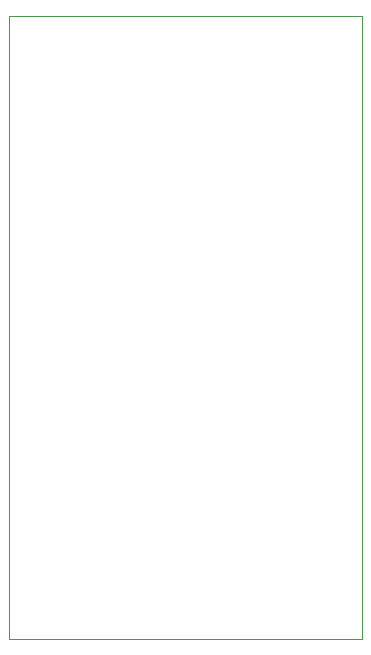
<source format=gbr>
%TF.GenerationSoftware,KiCad,Pcbnew,(6.0.4)*%
%TF.CreationDate,2022-09-13T00:35:04+09:00*%
%TF.ProjectId,MultiMeter,4d756c74-694d-4657-9465-722e6b696361,rev?*%
%TF.SameCoordinates,Original*%
%TF.FileFunction,Profile,NP*%
%FSLAX46Y46*%
G04 Gerber Fmt 4.6, Leading zero omitted, Abs format (unit mm)*
G04 Created by KiCad (PCBNEW (6.0.4)) date 2022-09-13 00:35:04*
%MOMM*%
%LPD*%
G01*
G04 APERTURE LIST*
%TA.AperFunction,Profile*%
%ADD10C,0.100000*%
%TD*%
G04 APERTURE END LIST*
D10*
X70485000Y-72390000D02*
X40640000Y-72390000D01*
X40640000Y-72390000D02*
X40640000Y-19685000D01*
X40640000Y-19685000D02*
X70485000Y-19685000D01*
X70485000Y-19685000D02*
X70485000Y-72390000D01*
M02*

</source>
